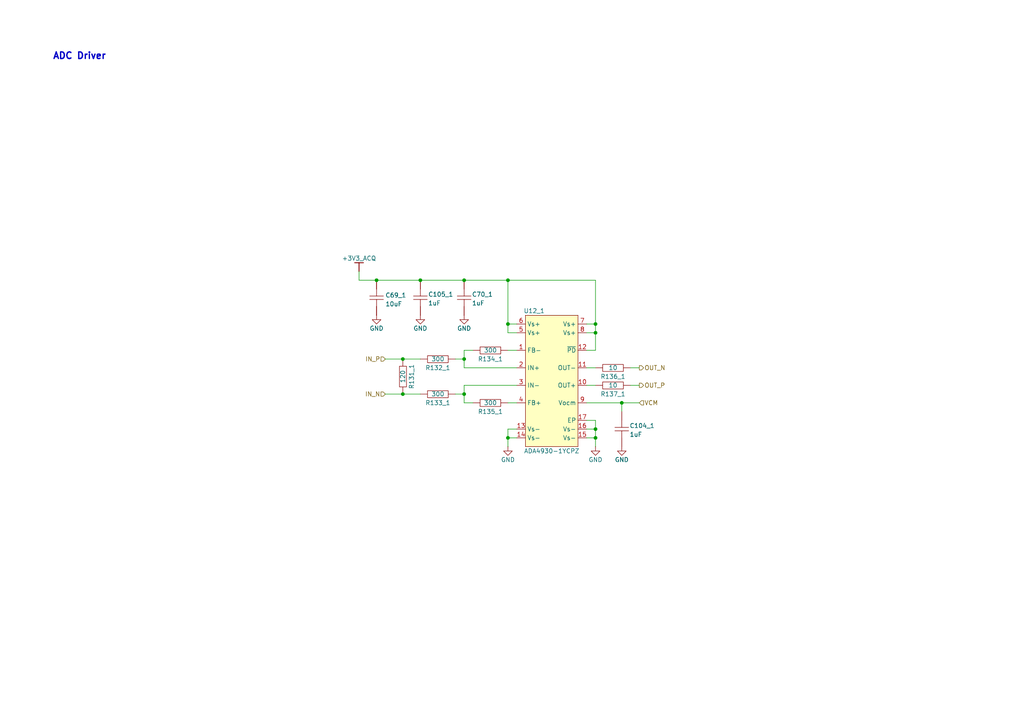
<source format=kicad_sch>
(kicad_sch (version 20250114) (generator "eeschema") (generator_version "9.0")
  (paper "A4")
  (title_block (title "ThunderScope") (rev "5.3") (company "EEVengers") (comment 1 "Aleksa Bjelogrlic"))
  (lib_symbols
    (symbol "Thunderscope_Rev5:+3V3_ACQ_BAR" (power)
      (property "Value" "+3V3_ACQ" (at 0 -3.81 0))
      (symbol "+3V3_ACQ_BAR_0_0"
        (polyline (pts (xy -1.27 -2.54) (xy 1.27 -2.54)) (stroke (width 0.254)))
        (polyline (pts (xy 0 0) (xy 0 -2.54)) (stroke (width 0.254)))
        (pin power_in line (at 0 0 0) (length 0) (hide yes) (name "+2V5_ACQ") (number ""))
      )
    )
    (symbol "Thunderscope_Rev5:CAP 10uF 25V X5R 0603" (pin_numbers (hide yes)) (pin_names (hide yes))
      (property "Reference" "C" (at 0 0 0))
      (property "Value" "10uF" (at 0 0 0))
      (symbol "CAP 10uF 25V X5R 0603_1_0"
        (polyline (pts (xy -2 0.5) (xy 2 0.5)))
        (polyline (pts (xy -2 -0.5) (xy 2 -0.5)))
        (polyline (pts (xy 0 2.54) (xy 0 0.5)))
        (polyline (pts (xy 0 -2.54) (xy 0 -0.5)))
        (pin passive line (at 0 5.08 270) (length 2.54) (name "2") (number "2"))
        (pin passive line (at 0 -5.08 90) (length 2.54) (name "1") (number "1"))
      )
    )
    (symbol "Thunderscope_Rev5:CAP 1uF 25V X5R 0402" (pin_numbers (hide yes)) (pin_names (hide yes))
      (property "Reference" "C" (at 0 0 0))
      (property "Value" "1uF" (at 0 0 0))
      (symbol "CAP 1uF 25V X5R 0402_1_0"
        (polyline (pts (xy 0 2.54) (xy 0 0.5)))
        (polyline (pts (xy 0 -2.54) (xy 0 -0.5)))
        (polyline (pts (xy 2 0.5) (xy -2 0.5)))
        (polyline (pts (xy 2 -0.5) (xy -2 -0.5)))
        (pin passive line (at 0 5.08 270) (length 2.54) (name "1") (number "1"))
        (pin passive line (at 0 -5.08 90) (length 2.54) (name "2") (number "2"))
      )
    )
    (symbol "Thunderscope_Rev5:GND" (power) (pin_numbers (hide yes)) (pin_names (offset 0) (hide yes))
      (property "Value" "GND" (at 0 -3.81 0))
      (symbol "GND_0_1"
        (polyline (pts (xy 0 0) (xy 0 -1.27) (xy 1.27 -1.27) (xy 0 -2.54) (xy -1.27 -1.27) (xy 0 -1.27)))
      )
      (symbol "GND_1_1"
        (pin power_in line (at 0 0 270) (length 0) (name "~") (number "1"))
      )
    )
    (symbol "Thunderscope_Rev5:IC ADC DRIVER ADA4930-1YCPZ"
      (property "Reference" "U" (at -7.112 19.304 0))
      (property "Value" "ADA4930-1YCPZ" (at 0.254 -22.098 0))
      (symbol "IC ADC DRIVER ADA4930-1YCPZ_1_1"
        (rectangle (start -7.62 17.78) (end 7.62 -20.32) (fill (type background)))
        (pin power_in line (at -10.16 15.24 0) (length 2.54) (name "Vs+") (number "6"))
        (pin power_in line (at -10.16 12.7 0) (length 2.54) (name "Vs+") (number "5"))
        (pin output line (at -10.16 7.62 0) (length 2.54) (name "FB-") (number "1"))
        (pin input line (at -10.16 2.54 0) (length 2.54) (name "IN+") (number "2"))
        (pin input line (at -10.16 -2.54 0) (length 2.54) (name "IN-") (number "3"))
        (pin output line (at -10.16 -7.62 0) (length 2.54) (name "FB+") (number "4"))
        (pin power_in line (at -10.16 -15.24 0) (length 2.54) (name "Vs-") (number "13"))
        (pin power_in line (at -10.16 -17.78 0) (length 2.54) (name "Vs-") (number "14"))
        (pin power_in line (at 10.16 15.24 180) (length 2.54) (name "Vs+") (number "7"))
        (pin power_in line (at 10.16 12.7 180) (length 2.54) (name "Vs+") (number "8"))
        (pin input line (at 10.16 7.62 180) (length 2.54) (name "~{PD}") (number "12"))
        (pin output line (at 10.16 2.54 180) (length 2.54) (name "OUT-") (number "11"))
        (pin output line (at 10.16 -2.54 180) (length 2.54) (name "OUT+") (number "10"))
        (pin input line (at 10.16 -7.62 180) (length 2.54) (name "Vocm") (number "9"))
        (pin power_in line (at 10.16 -12.7 180) (length 2.54) (name "EP") (number "17"))
        (pin power_in line (at 10.16 -15.24 180) (length 2.54) (name "Vs-") (number "16"))
        (pin power_in line (at 10.16 -17.78 180) (length 2.54) (name "Vs-") (number "15"))
      )
    )
    (symbol "Thunderscope_Rev5:RES 10 OHM 1% 1/16W 0402" (pin_numbers (hide yes)) (pin_names (hide yes))
      (property "Reference" "R" (at 0 0 0))
      (property "Value" "10" (at 0 0 0))
      (symbol "RES 10 OHM 1% 1/16W 0402_1_0"
        (rectangle (start 3 0.976) (end -3 -1.056))
        (pin passive line (at -5.08 0 0) (length 2) (name "1") (number "1"))
        (pin passive line (at 5.08 0 180) (length 2) (name "2") (number "2"))
      )
    )
    (symbol "Thunderscope_Rev5:RES 120 OHM 1% 1/16W 0402" (pin_numbers (hide yes)) (pin_names (hide yes))
      (property "Reference" "R" (at 0 0 0))
      (property "Value" "120" (at 0 0 0))
      (symbol "RES 120 OHM 1% 1/16W 0402_1_0"
        (rectangle (start 3 0.976) (end -3 -1.056))
        (pin passive line (at -5.08 0 0) (length 2) (name "1") (number "1"))
        (pin passive line (at 5.08 0 180) (length 2) (name "2") (number "2"))
      )
    )
    (symbol "Thunderscope_Rev5:RES 300 OHM 0.1% 1/16W 0402" (pin_numbers (hide yes)) (pin_names (hide yes))
      (property "Reference" "R" (at 0 0 0))
      (property "Value" "300" (at 0 0 0))
      (symbol "RES 300 OHM 0.1% 1/16W 0402_1_0"
        (rectangle (start 3 0.976) (end -3 -1.056))
        (pin passive line (at -5.08 0 0) (length 2) (name "1") (number "1"))
        (pin passive line (at 5.08 0 180) (length 2) (name "2") (number "2"))
      )
    )
    (symbol "power:GND" (power) (pin_numbers (hide yes)) (pin_names (offset 0) (hide yes))
      (property "Value" "GND" (at 0 -3.81 0))
      (symbol "GND_0_1"
        (polyline (pts (xy 0 0) (xy 0 -1.27) (xy 1.27 -1.27) (xy 0 -2.54) (xy -1.27 -1.27) (xy 0 -1.27)))
      )
      (symbol "GND_1_1"
        (pin power_in line (at 0 0 270) (length 0) (name "~") (number "1"))
      )
    )
  )
  (text "ADC Driver" (at 15.24 15.24 0) (effects (font (size 1.905 1.905) (thickness 0.381) (bold yes)) (justify left top)))
  (junction (at 147.32 81.28))
  (junction (at 147.32 93.98))
  (junction (at 180.34 116.84))
  (junction (at 116.84 114.3))
  (junction (at 134.62 114.3))
  (junction (at 172.72 93.98))
  (junction (at 172.72 124.46))
  (junction (at 134.62 104.14))
  (junction (at 121.92 81.28))
  (junction (at 116.84 104.14))
  (junction (at 172.72 127))
  (junction (at 147.32 127))
  (junction (at 134.62 81.28))
  (junction (at 109.22 81.28))
  (junction (at 172.72 96.52))
  (wire (pts (xy 170.18 124.46) (xy 172.72 124.46)))
  (wire (pts (xy 170.18 93.98) (xy 172.72 93.98)))
  (wire (pts (xy 172.72 96.52) (xy 172.72 101.6)))
  (wire (pts (xy 134.62 114.3) (xy 132.08 114.3)))
  (wire (pts (xy 172.72 96.52) (xy 172.72 93.98)))
  (wire (pts (xy 147.32 127) (xy 149.86 127)))
  (wire (pts (xy 134.62 106.68) (xy 149.86 106.68)))
  (wire (pts (xy 134.62 81.28) (xy 147.32 81.28)))
  (wire (pts (xy 147.32 93.98) (xy 149.86 93.98)))
  (wire (pts (xy 147.32 124.46) (xy 147.32 127)))
  (wire (pts (xy 147.32 127) (xy 147.32 129.54)))
  (wire (pts (xy 170.18 111.76) (xy 172.72 111.76)))
  (wire (pts (xy 147.32 116.84) (xy 149.86 116.84)))
  (wire (pts (xy 134.62 104.14) (xy 134.62 106.68)))
  (wire (pts (xy 137.16 116.84) (xy 134.62 116.84)))
  (wire (pts (xy 134.62 116.84) (xy 134.62 114.3)))
  (wire (pts (xy 116.84 114.3) (xy 121.92 114.3)))
  (wire (pts (xy 172.72 124.46) (xy 172.72 127)))
  (wire (pts (xy 134.62 101.6) (xy 134.62 104.14)))
  (wire (pts (xy 147.32 93.98) (xy 147.32 96.52)))
  (wire (pts (xy 170.18 106.68) (xy 172.72 106.68)))
  (wire (pts (xy 170.18 121.92) (xy 172.72 121.92)))
  (wire (pts (xy 132.08 104.14) (xy 134.62 104.14)))
  (wire (pts (xy 147.32 101.6) (xy 149.86 101.6)))
  (wire (pts (xy 137.16 101.6) (xy 134.62 101.6)))
  (wire (pts (xy 182.88 111.76) (xy 185.42 111.76)))
  (wire (pts (xy 104.14 81.28) (xy 109.22 81.28)))
  (wire (pts (xy 170.18 127) (xy 172.72 127)))
  (wire (pts (xy 185.42 106.68) (xy 182.88 106.68)))
  (wire (pts (xy 172.72 93.98) (xy 172.72 81.28)))
  (wire (pts (xy 147.32 81.28) (xy 147.32 93.98)))
  (wire (pts (xy 172.72 121.92) (xy 172.72 124.46)))
  (wire (pts (xy 147.32 81.28) (xy 172.72 81.28)))
  (wire (pts (xy 170.18 116.84) (xy 180.34 116.84)))
  (wire (pts (xy 170.18 96.52) (xy 172.72 96.52)))
  (wire (pts (xy 109.22 81.28) (xy 121.92 81.28)))
  (wire (pts (xy 149.86 96.52) (xy 147.32 96.52)))
  (wire (pts (xy 170.18 101.6) (xy 172.72 101.6)))
  (wire (pts (xy 134.62 111.76) (xy 149.86 111.76)))
  (wire (pts (xy 111.76 104.14) (xy 116.84 104.14)))
  (wire (pts (xy 104.14 78.74) (xy 104.14 81.28)))
  (wire (pts (xy 172.72 127) (xy 172.72 129.54)))
  (wire (pts (xy 180.34 116.84) (xy 180.34 119.38)))
  (wire (pts (xy 116.84 104.14) (xy 121.92 104.14)))
  (wire (pts (xy 121.92 81.28) (xy 134.62 81.28)))
  (wire (pts (xy 149.86 124.46) (xy 147.32 124.46)))
  (wire (pts (xy 111.76 114.3) (xy 116.84 114.3)))
  (wire (pts (xy 180.34 116.84) (xy 185.42 116.84)))
  (wire (pts (xy 134.62 114.3) (xy 134.62 111.76)))
  (hierarchical_label "OUT_P" (shape output) (at 185.42 111.76 0))
  (hierarchical_label "IN_N" (shape input) (at 111.76 114.3 180))
  (hierarchical_label "VCM" (shape input) (at 185.42 116.84 0))
  (hierarchical_label "OUT_N" (shape output) (at 185.42 106.68 0))
  (hierarchical_label "IN_P" (shape input) (at 111.76 104.14 180))
  (symbol (lib_id "Thunderscope_Rev5:RES 10 OHM 1% 1/16W 0402") (at 177.8 111.76 0) (unit 1)
    (property "Reference" "R137_4" (at 177.8 114.3 0))
    (property "Value" "10" (at 177.8 111.76 0))
    (property "Footprint" "Thunderscope_Rev5:GEN_R_0402" (effects (hide yes)))
    (property "Description" "10 Ohms ±1% 0.063W, 1/16W Chip Resistor 0402 (1005 Metric) Moisture Resistant Thick Film" (effects (hide yes)))
    (property "PACKAGE" "0402" (effects (hide yes)))
    (property "SUPPLIER 1" "Mouser" (effects (hide yes)))
    (property "SUPPLIER PART NUMBER 1" "603-RC0402FR-0710RL" (effects (hide yes)))
    (property "MANUFACTURER" "Yageo" (effects (hide yes)))
    (property "MANUFACTURER PART NUMBER" "RC0402FR-0710RL" (effects (hide yes)))
    (property "TOLERANCE" "1%" (effects (hide yes)))
    (property "Substitutions Policy" "Any Parametric Equivalent" (effects (hide yes)))
    (instances (project "Thunderscope_Rev5.3" (path "" (reference "R137_1") (unit 1)) (path "" (reference "R137_2") (unit 1)) (path "" (reference "R137_3") (unit 1)) (path "" (reference "R137_4") (unit 1))))
  )
  (symbol (lib_id "Thunderscope_Rev5:CAP 10uF 25V X5R 0603") (at 109.22 86.36 0) (unit 1)
    (property "Reference" "C69_4" (at 111.76 86.36 0) (effects (justify left bottom)))
    (property "Value" "10uF" (at 111.76 88.9 0) (effects (justify left bottom)))
    (property "Footprint" "Thunderscope_Rev5:GEN_C_0603" (effects (hide yes)))
    (property "Description" "10 µF ±20% 25V Ceramic Capacitor X5R 0603 (1608 Metric)" (effects (hide yes)))
    (property "PACKAGE" "0402" (effects (hide yes)))
    (property "VOLTAGE RATING" "25V" (effects (hide yes)))
    (property "SUPPLIER 1" "Mouser" (effects (hide yes)))
    (property "SUPPLIER PART NUMBER 1" "81-GRM188R61E106MA3D" (effects (hide yes)))
    (property "MANUFACTURER" "Murata" (effects (hide yes)))
    (property "MANUFACTURER PART NUMBER" "GRM188R61E106MA73D" (effects (hide yes)))
    (property "Substitutions Policy" "Any Parametric Equivalent" (effects (hide yes)))
    (instances (project "Thunderscope_Rev5.3" (path "" (reference "C69_1") (unit 1)) (path "" (reference "C69_2") (unit 1)) (path "" (reference "C69_3") (unit 1)) (path "" (reference "C69_4") (unit 1))))
  )
  (symbol (lib_id "Thunderscope_Rev5:IC ADC DRIVER ADA4930-1YCPZ") (at 160.02 109.22 0) (unit 1)
    (property "Reference" "U12_4" (at 154.94 90.17 0))
    (property "Value" "ADA4930-1YCPZ" (at 160.02 130.81 0))
    (property "Footprint" "Thunderscope_Rev5:AD_QFN16_CP-16-21" (effects (hide yes)))
    (property "Description" "Differential Amplifier 1 Circuit Differential 16-LFCSP-VQ (3x3)" (effects (hide yes)))
    (property "SUPPLIER 1" "Mouser" (effects (hide yes)))
    (property "SUPPLIER PART NUMBER 1" "584-ADA4930-1YCPZ-R7" (effects (hide yes)))
    (property "MANUFACTURER" "Analog Devices" (effects (hide yes)))
    (property "MANUFACTURER PART NUMBER" "ADA4930-1YCPZ-R7" (effects (hide yes)))
    (property "PACKAGE" "16-QFN (3x3mm)" (effects (hide yes)))
    (property "Substitutions Policy" "No Substitutions" (effects (hide yes)))
    (instances (project "Thunderscope_Rev5.3" (path "" (reference "U12_1") (unit 1)) (path "" (reference "U12_2") (unit 1)) (path "" (reference "U12_3") (unit 1)) (path "" (reference "U12_4") (unit 1))))
  )
  (symbol (lib_id "power:GND") (at 147.32 129.54 0) (unit 1)
    (property "Reference" "#PWR0320" (effects (hide yes)))
    (property "Value" "GND" (at 147.32 133.35 0))
    (property "Description" "Power symbol creates a global label with name \"GND\" , ground" (effects (hide yes)))
    (instances (project "Thunderscope_Rev5.3" (path "" (reference "#PWR0520") (unit 1)) (path "" (reference "#PWR0500") (unit 1)) (path "" (reference "#PWR0484") (unit 1)) (path "" (reference "#PWR0320") (unit 1))))
  )
  (symbol (lib_id "Thunderscope_Rev5:CAP 1uF 25V X5R 0402") (at 134.62 86.36 0) (unit 1)
    (property "Reference" "C70_4" (at 136.874 86.106 0) (effects (justify left bottom)))
    (property "Value" "1uF" (at 136.874 88.646 0) (effects (justify left bottom)))
    (property "Footprint" "Thunderscope_Rev5:GEN_C_0402" (effects (hide yes)))
    (property "Description" "1 µF ±10% 25V Ceramic Capacitor X5R 0402 (1005 Metric)" (effects (hide yes)))
    (property "PACKAGE" "0402" (effects (hide yes)))
    (property "VOLTAGE RATING" "25V" (effects (hide yes)))
    (property "SUPPLIER 1" "Mouser" (effects (hide yes)))
    (property "SUPPLIER PART NUMBER 1" "81-GRM155R61E105KA2D" (effects (hide yes)))
    (property "MANUFACTURER" "Murata" (effects (hide yes)))
    (property "MANUFACTURER PART NUMBER" "GRM155R61E105KA12D" (effects (hide yes)))
    (property "Substitutions Policy" "Any Parametric Equivalent" (effects (hide yes)))
    (instances (project "Thunderscope_Rev5.3" (path "" (reference "C70_1") (unit 1)) (path "" (reference "C70_2") (unit 1)) (path "" (reference "C70_3") (unit 1)) (path "" (reference "C70_4") (unit 1))))
  )
  (symbol (lib_id "power:GND") (at 172.72 129.54 0) (unit 1)
    (property "Reference" "#PWR0396" (effects (hide yes)))
    (property "Value" "GND" (at 172.72 133.35 0))
    (property "Description" "Power symbol creates a global label with name \"GND\" , ground" (effects (hide yes)))
    (instances (project "Thunderscope_Rev5.3" (path "" (reference "#PWR0522") (unit 1)) (path "" (reference "#PWR0501") (unit 1)) (path "" (reference "#PWR0485") (unit 1)) (path "" (reference "#PWR0396") (unit 1))))
  )
  (symbol (lib_id "Thunderscope_Rev5:GND") (at 180.34 129.54 0) (unit 1)
    (property "Reference" "#PWR0474" (effects (hide yes)))
    (property "Value" "GND" (at 180.34 133.35 0))
    (property "Description" "Power symbol creates a global label with name \"GND\" , ground" (effects (hide yes)))
    (instances (project "Thunderscope_Rev5.3" (path "" (reference "#PWR0523") (unit 1)) (path "" (reference "#PWR0502") (unit 1)) (path "" (reference "#PWR0488") (unit 1)) (path "" (reference "#PWR0474") (unit 1))))
  )
  (symbol (lib_id "Thunderscope_Rev5:RES 120 OHM 1% 1/16W 0402") (at 116.84 109.22 90) (unit 1)
    (property "Reference" "R131_4" (at 119.38 109.22 0))
    (property "Value" "120" (at 116.84 109.22 0))
    (property "Footprint" "Thunderscope_Rev5:GEN_R_0402" (effects (hide yes)))
    (property "Description" "120 Ohms ±1% 0.063W, 1/16W Chip Resistor 0402 (1005 Metric) Moisture Resistant Thick Film" (effects (hide yes)))
    (property "PACKAGE" "0402" (effects (hide yes)))
    (property "SUPPLIER 1" "Mouser" (effects (hide yes)))
    (property "SUPPLIER PART NUMBER 1" "603-RC0402FR-07120RL" (effects (hide yes)))
    (property "MANUFACTURER" "Yageo" (effects (hide yes)))
    (property "MANUFACTURER PART NUMBER" "RC0402FR-07120RL" (effects (hide yes)))
    (property "TOLERANCE" "1%" (effects (hide yes)))
    (property "Substitutions Policy" "Any Parametric Equivalent" (effects (hide yes)))
    (instances (project "Thunderscope_Rev5.3" (path "" (reference "R131_1") (unit 1)) (path "" (reference "R131_2") (unit 1)) (path "" (reference "R131_3") (unit 1)) (path "" (reference "R131_4") (unit 1))))
  )
  (symbol (lib_id "Thunderscope_Rev5:RES 10 OHM 1% 1/16W 0402") (at 177.8 106.68 0) (unit 1)
    (property "Reference" "R136_4" (at 177.8 109.22 0))
    (property "Value" "10" (at 177.8 106.68 0))
    (property "Footprint" "Thunderscope_Rev5:GEN_R_0402" (effects (hide yes)))
    (property "Description" "10 Ohms ±1% 0.063W, 1/16W Chip Resistor 0402 (1005 Metric) Moisture Resistant Thick Film" (effects (hide yes)))
    (property "PACKAGE" "0402" (effects (hide yes)))
    (property "SUPPLIER 1" "Mouser" (effects (hide yes)))
    (property "SUPPLIER PART NUMBER 1" "603-RC0402FR-0710RL" (effects (hide yes)))
    (property "MANUFACTURER" "Yageo" (effects (hide yes)))
    (property "MANUFACTURER PART NUMBER" "RC0402FR-0710RL" (effects (hide yes)))
    (property "TOLERANCE" "1%" (effects (hide yes)))
    (property "Substitutions Policy" "Any Parametric Equivalent" (effects (hide yes)))
    (instances (project "Thunderscope_Rev5.3" (path "" (reference "R136_1") (unit 1)) (path "" (reference "R136_2") (unit 1)) (path "" (reference "R136_3") (unit 1)) (path "" (reference "R136_4") (unit 1))))
  )
  (symbol (lib_id "Thunderscope_Rev5:RES 300 OHM 0.1% 1/16W 0402") (at 127 114.3 0) (unit 1)
    (property "Reference" "R133_4" (at 127 116.84 0))
    (property "Value" "300" (at 127 114.3 0))
    (property "Footprint" "Thunderscope_Rev5:GEN_R_0402" (effects (hide yes)))
    (property "Description" "300 Ohms ±0.1% 0.063W, 1/16W Chip Resistor 0402 (1005 Metric) Automotive AEC-Q200 Thin Film" (effects (hide yes)))
    (property "PACKAGE" "0402" (effects (hide yes)))
    (property "SUPPLIER 1" "Mouser" (effects (hide yes)))
    (property "SUPPLIER PART NUMBER 1" "667-ERA-2AEB301X" (effects (hide yes)))
    (property "MANUFACTURER" "Panasonic" (effects (hide yes)))
    (property "MANUFACTURER PART NUMBER" "ERA-2AEB301X" (effects (hide yes)))
    (property "TOLERANCE" "0.1%" (effects (hide yes)))
    (property "Substitutions Policy" "ECO Required for Substitution" (effects (hide yes)))
    (instances (project "Thunderscope_Rev5.3" (path "" (reference "R133_1") (unit 1)) (path "" (reference "R133_2") (unit 1)) (path "" (reference "R133_3") (unit 1)) (path "" (reference "R133_4") (unit 1))))
  )
  (symbol (lib_id "Thunderscope_Rev5:GND") (at 121.92 91.44 0) (unit 1)
    (property "Reference" "#PWR0524" (effects (hide yes)))
    (property "Value" "GND" (at 121.92 95.25 0))
    (property "Description" "Power symbol creates a global label with name \"GND\" , ground" (effects (hide yes)))
    (instances (project "Thunderscope_Rev5.3" (path "" (reference "#PWR0527") (unit 1)) (path "" (reference "#PWR0526") (unit 1)) (path "" (reference "#PWR0525") (unit 1)) (path "" (reference "#PWR0524") (unit 1))))
  )
  (symbol (lib_id "Thunderscope_Rev5:CAP 1uF 25V X5R 0402") (at 180.34 124.46 0) (unit 1)
    (property "Reference" "C104_4" (at 182.594 124.206 0) (effects (justify left bottom)))
    (property "Value" "1uF" (at 182.594 126.746 0) (effects (justify left bottom)))
    (property "Footprint" "Thunderscope_Rev5:GEN_C_0402" (effects (hide yes)))
    (property "Description" "1 µF ±10% 25V Ceramic Capacitor X5R 0402 (1005 Metric)" (effects (hide yes)))
    (property "PACKAGE" "0402" (effects (hide yes)))
    (property "VOLTAGE RATING" "25V" (effects (hide yes)))
    (property "SUPPLIER 1" "Mouser" (effects (hide yes)))
    (property "SUPPLIER PART NUMBER 1" "81-GRM155R61E105KA2D" (effects (hide yes)))
    (property "MANUFACTURER" "Murata" (effects (hide yes)))
    (property "MANUFACTURER PART NUMBER" "GRM155R61E105KA12D" (effects (hide yes)))
    (property "Substitutions Policy" "Any Parametric Equivalent" (effects (hide yes)))
    (instances (project "Thunderscope_Rev5.3" (path "" (reference "C104_1") (unit 1)) (path "" (reference "C104_2") (unit 1)) (path "" (reference "C104_3") (unit 1)) (path "" (reference "C104_4") (unit 1))))
  )
  (symbol (lib_id "Thunderscope_Rev5:RES 300 OHM 0.1% 1/16W 0402") (at 142.24 116.84 0) (unit 1)
    (property "Reference" "R135_4" (at 142.24 119.38 0))
    (property "Value" "300" (at 142.24 116.84 0))
    (property "Footprint" "Thunderscope_Rev5:GEN_R_0402" (effects (hide yes)))
    (property "Description" "300 Ohms ±0.1% 0.063W, 1/16W Chip Resistor 0402 (1005 Metric) Automotive AEC-Q200 Thin Film" (effects (hide yes)))
    (property "PACKAGE" "0402" (effects (hide yes)))
    (property "SUPPLIER 1" "Mouser" (effects (hide yes)))
    (property "SUPPLIER PART NUMBER 1" "667-ERA-2AEB301X" (effects (hide yes)))
    (property "MANUFACTURER" "Panasonic" (effects (hide yes)))
    (property "MANUFACTURER PART NUMBER" "ERA-2AEB301X" (effects (hide yes)))
    (property "TOLERANCE" "0.1%" (effects (hide yes)))
    (property "Substitutions Policy" "ECO Required for Substitution" (effects (hide yes)))
    (instances (project "Thunderscope_Rev5.3" (path "" (reference "R135_1") (unit 1)) (path "" (reference "R135_2") (unit 1)) (path "" (reference "R135_3") (unit 1)) (path "" (reference "R135_4") (unit 1))))
  )
  (symbol (lib_id "Thunderscope_Rev5:RES 300 OHM 0.1% 1/16W 0402") (at 127 104.14 0) (unit 1)
    (property "Reference" "R132_4" (at 127 106.68 0))
    (property "Value" "300" (at 127 104.14 0))
    (property "Footprint" "Thunderscope_Rev5:GEN_R_0402" (effects (hide yes)))
    (property "Description" "300 Ohms ±0.1% 0.063W, 1/16W Chip Resistor 0402 (1005 Metric) Automotive AEC-Q200 Thin Film" (effects (hide yes)))
    (property "PACKAGE" "0402" (effects (hide yes)))
    (property "SUPPLIER 1" "Mouser" (effects (hide yes)))
    (property "SUPPLIER PART NUMBER 1" "667-ERA-2AEB301X" (effects (hide yes)))
    (property "MANUFACTURER" "Panasonic" (effects (hide yes)))
    (property "MANUFACTURER PART NUMBER" "ERA-2AEB301X" (effects (hide yes)))
    (property "TOLERANCE" "0.1%" (effects (hide yes)))
    (property "Substitutions Policy" "ECO Required for Substitution" (effects (hide yes)))
    (instances (project "Thunderscope_Rev5.3" (path "" (reference "R132_1") (unit 1)) (path "" (reference "R132_2") (unit 1)) (path "" (reference "R132_3") (unit 1)) (path "" (reference "R132_4") (unit 1))))
  )
  (symbol (lib_id "Thunderscope_Rev5:GND") (at 109.22 91.44 0) (unit 1)
    (property "Reference" "#PWR0397" (effects (hide yes)))
    (property "Value" "GND" (at 109.22 95.25 0))
    (property "Description" "Power symbol creates a global label with name \"GND\" , ground" (effects (hide yes)))
    (instances (project "Thunderscope_Rev5.3" (path "" (reference "#PWR0516") (unit 1)) (path "" (reference "#PWR0498") (unit 1)) (path "" (reference "#PWR0476") (unit 1)) (path "" (reference "#PWR0397") (unit 1))))
  )
  (symbol (lib_id "Thunderscope_Rev5:RES 300 OHM 0.1% 1/16W 0402") (at 142.24 101.6 0) (unit 1)
    (property "Reference" "R134_4" (at 142.24 104.14 0))
    (property "Value" "300" (at 142.24 101.6 0))
    (property "Footprint" "Thunderscope_Rev5:GEN_R_0402" (effects (hide yes)))
    (property "Description" "300 Ohms ±0.1% 0.063W, 1/16W Chip Resistor 0402 (1005 Metric) Automotive AEC-Q200 Thin Film" (effects (hide yes)))
    (property "PACKAGE" "0402" (effects (hide yes)))
    (property "SUPPLIER 1" "Mouser" (effects (hide yes)))
    (property "SUPPLIER PART NUMBER 1" "667-ERA-2AEB301X" (effects (hide yes)))
    (property "MANUFACTURER" "Panasonic" (effects (hide yes)))
    (property "MANUFACTURER PART NUMBER" "ERA-2AEB301X" (effects (hide yes)))
    (property "TOLERANCE" "0.1%" (effects (hide yes)))
    (property "Substitutions Policy" "ECO Required for Substitution" (effects (hide yes)))
    (instances (project "Thunderscope_Rev5.3" (path "" (reference "R134_1") (unit 1)) (path "" (reference "R134_2") (unit 1)) (path "" (reference "R134_3") (unit 1)) (path "" (reference "R134_4") (unit 1))))
  )
  (symbol (lib_id "Thunderscope_Rev5:CAP 1uF 25V X5R 0402") (at 121.92 86.36 0) (unit 1)
    (property "Reference" "C105_4" (at 124.174 86.106 0) (effects (justify left bottom)))
    (property "Value" "1uF" (at 124.174 88.646 0) (effects (justify left bottom)))
    (property "Footprint" "Thunderscope_Rev5:GEN_C_0402" (effects (hide yes)))
    (property "Description" "1 µF ±10% 25V Ceramic Capacitor X5R 0402 (1005 Metric)" (effects (hide yes)))
    (property "PACKAGE" "0402" (effects (hide yes)))
    (property "VOLTAGE RATING" "25V" (effects (hide yes)))
    (property "SUPPLIER 1" "Mouser" (effects (hide yes)))
    (property "SUPPLIER PART NUMBER 1" "81-GRM155R61E105KA2D" (effects (hide yes)))
    (property "MANUFACTURER" "Murata" (effects (hide yes)))
    (property "MANUFACTURER PART NUMBER" "GRM155R61E105KA12D" (effects (hide yes)))
    (property "Substitutions Policy" "Any Parametric Equivalent" (effects (hide yes)))
    (instances (project "Thunderscope_Rev5.3" (path "" (reference "C105_1") (unit 1)) (path "" (reference "C105_2") (unit 1)) (path "" (reference "C105_3") (unit 1)) (path "" (reference "C105_4") (unit 1))))
  )
  (symbol (lib_id "Thunderscope_Rev5:GND") (at 134.62 91.44 0) (unit 1)
    (property "Reference" "#PWR0469" (effects (hide yes)))
    (property "Value" "GND" (at 134.62 95.25 0))
    (property "Description" "Power symbol creates a global label with name \"GND\" , ground" (effects (hide yes)))
    (instances (project "Thunderscope_Rev5.3" (path "" (reference "#PWR0519") (unit 1)) (path "" (reference "#PWR0499") (unit 1)) (path "" (reference "#PWR0477") (unit 1)) (path "" (reference "#PWR0469") (unit 1))))
  )
  (symbol (lib_id "Thunderscope_Rev5:+3V3_ACQ_BAR") (at 104.14 78.74 180) (unit 1)
    (property "Reference" "#PWR0470" (effects (hide yes)))
    (property "Value" "+3V3_ACQ" (at 104.14 74.93 0))
    (property "Description" "Power symbol creates a global label with name '+3V3_ACQ'" (effects (hide yes)))
    (instances (project "Thunderscope_Rev5.3" (path "" (reference "#PWR0514") (unit 1)) (path "" (reference "#PWR0497") (unit 1)) (path "" (reference "#PWR0475") (unit 1)) (path "" (reference "#PWR0470") (unit 1))))
  )
)
</source>
